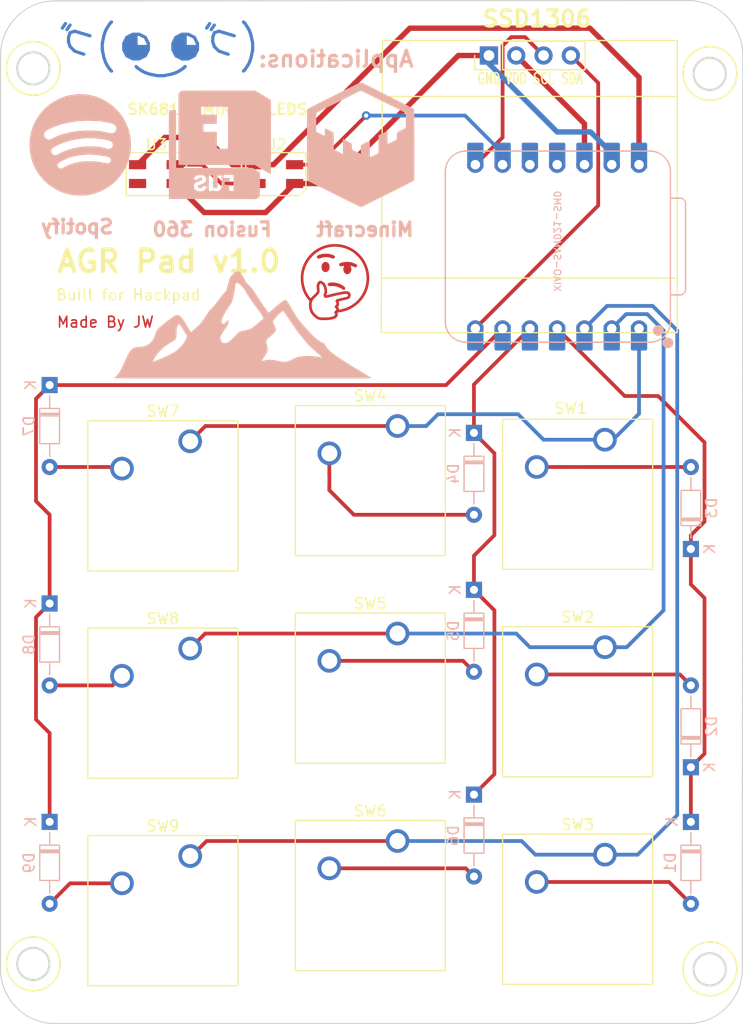
<source format=kicad_pcb>
(kicad_pcb (version 20240108) (generator "pcbnew") (generator_version "8.0")
  (layers (0 "F.Cu" signal) (31 "B.Cu" signal) (34 "B.Paste" user) (35 "F.Paste" user) (36 "B.SilkS" user "B.Silkscreen") (37 "F.SilkS" user "F.Silkscreen") (38 "B.Mask" user) (39 "F.Mask" user) (44 "Edge.Cuts" user))
  (net 0 "")
  (net 1 "GND")
  (net 2 "Net-(D1-A)")
  (net 3 "Row1")
  (net 4 "Net-(D2-A)")
  (net 5 "Net-(D3-A)")
  (net 6 "Net-(D4-A)")
  (net 7 "Row2")
  (net 10 "Net-(Brd1-SCL)")
  (net 11 "Net-(Brd1-SDA)")
  (net 12 "+3V3")
  (net 13 "Net-(U1-PA7_A8_D8_SCK)")
  (net 14 "+5V")
  (net 15 "Net-(U2-DOUT)")
  (net 17 "Net-(D5-A)")
  (net 18 "Net-(D6-A)")
  (net 19 "Net-(D7-A)")
  (net 20 "Row3")
  (net 21 "Net-(D8-A)")
  (net 22 "Net-(D9-A)")
  (net 23 "Col1")
  (net 24 "Col2")
  (net 25 "Col3")
  (footprint "LED_SMD:LED_SK6812MINI_PLCC4_3.5x3.5mm_P1.75mm" (layer "F.Cu") (at 106.454 51.491)
    (property "Reference" "U3")
    (property "Value" "~" (hide yes))
  )
  (footprint "Button_Switch_Keyboard:SW_Cherry_MX_1.00u_PCB" (layer "F.Cu") (at 128.905 74.93)
    (property "Reference" "SW4")
    (property "Value" "SW_Push_45deg")
  )
  (footprint "Button_Switch_Keyboard:SW_Cherry_MX_1.00u_PCB" (layer "F.Cu") (at 109.601 95.631)
    (property "Reference" "SW8")
    (property "Value" "SW_Push_45deg")
  )
  (footprint "LOGO" (layer "F.Cu") (at 124.747239 48.763756)
    (property "Reference" "G***" (hide yes))
    (property "Value" "LOGO" (hide yes))
  )
  (footprint "TG9541:Display_128x64_096_I2C" (layer "F.Cu") (at 141.224 40.456)
    (property "Reference" "Brd1" (hide yes))
    (property "Value" "SSD1306" (hide yes))
  )
  (footprint "Button_Switch_Keyboard:SW_Cherry_MX_1.00u_PCB" (layer "F.Cu") (at 148.209 95.504)
    (property "Reference" "SW2")
    (property "Value" "SW_Push_45deg")
  )
  (footprint "LOGO" (layer "F.Cu") (at 111.76 48.668689)
    (property "Reference" "G***" (hide yes))
    (property "Value" "LOGO" (hide yes))
  )
  (footprint "Button_Switch_Keyboard:SW_Cherry_MX_1.00u_PCB" (layer "F.Cu") (at 128.905 113.538)
    (property "Reference" "SW6")
    (property "Value" "SW_Push_45deg")
  )
  (footprint "LOGO" (layer "F.Cu") (at 122.936 61.468)
    (property "Reference" "G***" (hide yes))
    (property "Value" "LOGO" (hide yes))
  )
  (footprint "Button_Switch_Keyboard:SW_Cherry_MX_1.00u_PCB" (layer "F.Cu") (at 148.209 114.808)
    (property "Reference" "SW3")
    (property "Value" "SW_Push_45deg")
  )
  (footprint "Button_Switch_Keyboard:SW_Cherry_MX_1.00u_PCB" (layer "F.Cu") (at 109.601 76.35)
    (property "Reference" "SW7")
    (property "Value" "SW_Push_45deg")
  )
  (footprint "Button_Switch_Keyboard:SW_Cherry_MX_1.00u_PCB" (layer "F.Cu") (at 148.209 76.2)
    (property "Reference" "SW1")
    (property "Value" "SW_Push_45deg")
  )
  (footprint "LOGO" (layer "F.Cu") (at 99.06 48.768)
    (property "Reference" "G***" (hide yes))
    (property "Value" "LOGO" (hide yes))
  )
  (footprint "LOGO" (layer "F.Cu") (at 113.792 65.532)
    (property "Reference" "G***" (hide yes))
    (property "Value" "LOGO" (hide yes))
  )
  (footprint "Button_Switch_Keyboard:SW_Cherry_MX_1.00u_PCB" (layer "F.Cu") (at 128.905 94.234)
    (property "Reference" "SW5")
    (property "Value" "SW_Push_45deg")
  )
  (footprint "Button_Switch_Keyboard:SW_Cherry_MX_1.00u_PCB" (layer "F.Cu") (at 109.601 114.935)
    (property "Reference" "SW9")
    (property "Value" "SW_Push_45deg")
  )
  (footprint "LED_SMD:LED_SK6812MINI_PLCC4_3.5x3.5mm_P1.75mm" (layer "F.Cu") (at 117.574 51.491)
    (property "Reference" "U2")
    (property "Value" "~" (hide yes))
  )
  (footprint "Diode_THT:D_DO-34_SOD68_P7.62mm_Horizontal" (layer "B.Cu") (at 96.52 111.755 -90)
    (property "Reference" "D9")
    (property "Value" "1N4148WT")
  )
  (footprint "Diode_THT:D_DO-34_SOD68_P7.62mm_Horizontal" (layer "B.Cu") (at 96.52 91.44 -90)
    (property "Reference" "D8")
    (property "Value" "1N4148WT")
  )
  (footprint "Diode_THT:D_DO-34_SOD68_P7.62mm_Horizontal" (layer "B.Cu") (at 96.52 71.12 -90)
    (property "Reference" "D7")
    (property "Value" "1N4148WT")
  )
  (footprint "Diode_THT:D_DO-34_SOD68_P7.62mm_Horizontal" (layer "B.Cu") (at 136.017 109.22 -90)
    (property "Reference" "D6")
    (property "Value" "1N4148WT")
  )
  (footprint "Diode_THT:D_DO-34_SOD68_P7.62mm_Horizontal" (layer "B.Cu") (at 136.017 90.17 -90)
    (property "Reference" "D5")
    (property "Value" "1N4148WT")
  )
  (footprint "Diode_THT:D_DO-34_SOD68_P7.62mm_Horizontal" (layer "B.Cu") (at 156.21 86.365 90)
    (property "Reference" "D3")
    (property "Value" "1N4148WT")
  )
  (footprint "Seeed Studio XIAO Series Library:XIAO-RP2040-DIP" (layer "B.Cu") (at 143.764 58.236 90)
    (property "Reference" "U1" (hide yes))
    (property "Value" "XIAO-SAMD21-SMD")
  )
  (footprint "Diode_THT:D_DO-34_SOD68_P7.62mm_Horizontal" (layer "B.Cu") (at 136.017 75.565 -90)
    (property "Reference" "D4")
    (property "Value" "1N4148WT")
  )
  (footprint "Diode_THT:D_DO-34_SOD68_P7.62mm_Horizontal" (layer "B.Cu") (at 156.21 106.68 90)
    (property "Reference" "D2")
    (property "Value" "1N4148WT")
  )
  (footprint "Diode_THT:D_DO-34_SOD68_P7.62mm_Horizontal" (layer "B.Cu") (at 156.21 111.76 -90)
    (property "Reference" "D1")
    (property "Value" "1N4148WT")
  )
  (gr_circle (center 157.988 42.124) (end 160.488 42.124) (stroke (width 0.15)) (fill none) (layer "F.SilkS"))
  (gr_circle (center 94.996 124.968) (end 97.496 124.968) (stroke (width 0.15)) (fill none) (layer "F.SilkS"))
  (gr_circle (center 94.996 41.656) (end 97.496 41.656) (stroke (width 0.15)) (fill none) (layer "F.SilkS"))
  (gr_circle (center 157.988 125.436) (end 160.488 125.436) (stroke (width 0.15)) (fill none) (layer "F.SilkS"))
  (gr_line (start 97.028 130.519898) (end 155.919897 130.519896) (stroke (width 0.1)) (layer "Edge.Cuts"))
  (gr_arc (start 160.999897 125.439896) (mid 159.512 129.032) (end 155.919897 130.519896) (stroke (width 0.1)) (layer "Edge.Cuts"))
  (gr_line (start 155.956 35.342102) (end 97.028 35.376) (stroke (width 0.1)) (layer "Edge.Cuts"))
  (gr_arc (start 97.028 130.519898) (mid 93.435898 129.032) (end 91.948 125.439898) (stroke (width 0.1)) (layer "Edge.Cuts"))
  (gr_arc (start 91.948 40.456) (mid 93.435898 36.863898) (end 97.028 35.376) (stroke (width 0.1)) (layer "Edge.Cuts"))
  (gr_circle (center 94.996 41.656) (end 96.496 41.656) (stroke (width 0.2)) (fill none) (layer "Edge.Cuts"))
  (gr_circle (center 157.964 125.476) (end 159.464 125.476) (stroke (width 0.2)) (fill none) (layer "Edge.Cuts"))
  (gr_line (start 160.999897 125.439896) (end 161.036 40.422102) (stroke (width 0.1)) (layer "Edge.Cuts"))
  (gr_circle (center 157.964 42.164) (end 159.464 42.164) (stroke (width 0.2)) (fill none) (layer "Edge.Cuts"))
  (gr_line (start 91.948 40.456) (end 91.948 125.439898) (stroke (width 0.1)) (layer "Edge.Cuts"))
  (gr_circle (center 94.996 124.968) (end 96.496 124.968) (stroke (width 0.2)) (fill none) (layer "Edge.Cuts"))
  (gr_arc (start 155.956 35.342102) (mid 159.548102 36.83) (end 161.036 40.422102) (stroke (width 0.1)) (layer "Edge.Cuts"))
  (gr_text "Made By JW" (at 97.108 65.846 0) (layer "F.Cu") (effects (font (size 1 1)) (justify left bottom)))
  (gr_text "(づ◕‿◕)づ" (at 116.332 41.148 0) (layer "B.Cu") (effects (font (size 3 3) (thickness 0.3)) (justify left bottom mirror)))
  (gr_text "Applications:" (at 130.556 41.656 0) (layer "B.SilkS") (effects (font (size 1.5 1.5) (thickness 0.3) (bold yes)) (justify left bottom mirror)))
  (gr_text "Fusion 360" (at 117.348 57.404 0) (layer "B.SilkS") (effects (font (size 1.3 1.3) (thickness 0.3) (bold yes)) (justify left bottom mirror)))
  (gr_text "Spotify" (at 102.616 57.15 0) (layer "B.SilkS") (effects (font (size 1.3 1.3) (thickness 0.3) (bold yes)) (justify left bottom mirror)))
  (gr_text "Minecraft" (at 130.556 57.404 0) (layer "B.SilkS") (effects (font (size 1.3 1.3) (thickness 0.3) (bold yes)) (justify left bottom mirror)))
  (gr_text "AGR Pad v1.0" (at 97.028 60.776 0) (layer "F.SilkS") (effects (font (size 2 2) (thickness 0.4) (bold yes)) (justify left bottom)))
  (gr_text "Built for Hackpad" (at 97.028 63.316 0) (layer "F.SilkS") (effects (font (size 1 1)) (justify left bottom)))
  (gr_text "SK6812-MINI-E LEDS" (at 103.632 46.044 0) (layer "F.SilkS") (effects (font (size 1 1) (thickness 0.2) (bold yes)) (justify left bottom)))
  (gr_text "SSD1306 " (at 136.652 37.916 0) (layer "F.SilkS") (effects (font (size 1.5 1.5) (thickness 0.3) (bold yes)) (justify left bottom)))
  (segment (start 122.654 52.366) (end 119.324 52.366) (width 0.5) (layer "F.Cu") (net 1))
  (segment (start 119.324 52.366) (end 116.629 55.061) (width 0.5) (layer "F.Cu") (net 1))
  (segment (start 116.629 55.061) (end 110.899 55.061) (width 0.5) (layer "F.Cu") (net 1))
  (segment (start 110.899 55.061) (end 108.204 52.366) (width 0.5) (layer "F.Cu") (net 1))
  (segment (start 134.564 40.456) (end 137.414 40.456) (width 0.5) (layer "F.Cu") (net 1))
  (segment (start 122.654 52.366) (end 134.564 40.456) (width 0.5) (layer "F.Cu") (net 1))
  (segment (start 137.414 41.218) (end 137.414 40.456) (width 0.5) (layer "B.Cu") (net 1))
  (segment (start 148.844 50.616) (end 148.844 49.53837) (width 0.5) (layer "B.Cu") (net 1))
  (segment (start 146.87363 47.568) (end 143.764 47.568) (width 0.5) (layer "B.Cu") (net 1))
  (segment (start 148.844 49.53837) (end 146.87363 47.568) (width 0.5) (layer "B.Cu") (net 1))
  (segment (start 143.764 47.568) (end 137.414 41.218) (width 0.5) (layer "B.Cu") (net 1))
  (segment (start 154.178 117.348) (end 141.859 117.348) (width 0.35) (layer "F.Cu") (net 2))
  (segment (start 156.21 119.38) (end 154.178 117.348) (width 0.35) (layer "F.Cu") (net 2))
  (segment (start 157.48 76.45586) (end 153.16014 72.136) (width 0.35) (layer "F.Cu") (net 3))
  (segment (start 157.48 90.932) (end 156.21 89.662) (width 0.35) (layer "F.Cu") (net 3))
  (segment (start 156.21 85.09) (end 157.48 83.82) (width 0.35) (layer "F.Cu") (net 3))
  (segment (start 156.21 89.662) (end 156.21 85.09) (width 0.35) (layer "F.Cu") (net 3))
  (segment (start 150.044 72.136) (end 143.764 65.856) (width 0.35) (layer "F.Cu") (net 3))
  (segment (start 156.21 111.76) (end 156.21 106.68) (width 0.35) (layer "F.Cu") (net 3))
  (segment (start 153.16014 72.136) (end 150.044 72.136) (width 0.35) (layer "F.Cu") (net 3))
  (segment (start 157.48 83.82) (end 157.48 76.45586) (width 0.35) (layer "F.Cu") (net 3))
  (segment (start 156.21 106.68) (end 157.48 105.41) (width 0.35) (layer "F.Cu") (net 3))
  (segment (start 157.48 105.41) (end 157.48 90.932) (width 0.35) (layer "F.Cu") (net 3))
  (segment (start 155.194 98.044) (end 141.859 98.044) (width 0.35) (layer "F.Cu") (net 4))
  (segment (start 156.21 99.06) (end 155.194 98.044) (width 0.35) (layer "F.Cu") (net 4))
  (segment (start 142.875 78.74) (end 156.205 78.74) (width 0.35) (layer "F.Cu") (net 5))
  (segment (start 156.205 78.74) (end 156.21 78.745) (width 0.35) (layer "F.Cu") (net 5))
  (segment (start 124.841 83.185) (end 122.555 80.899) (width 0.35) (layer "F.Cu") (net 6))
  (segment (start 136.017 83.185) (end 124.841 83.185) (width 0.35) (layer "F.Cu") (net 6))
  (segment (start 122.56 80.538122) (end 122.56 79.481878) (width 0.35) (layer "F.Cu") (net 6))
  (segment (start 122.555 80.899) (end 122.555 80.543122) (width 0.35) (layer "F.Cu") (net 6))
  (segment (start 122.555 79.476878) (end 122.555 77.47) (width 0.35) (layer "F.Cu") (net 6))
  (segment (start 122.555 80.543122) (end 122.56 80.538122) (width 0.35) (layer "F.Cu") (net 6))
  (segment (start 122.56 79.481878) (end 122.555 79.476878) (width 0.35) (layer "F.Cu") (net 6))
  (segment (start 136.017 75.565) (end 136.017 71.063) (width 0.35) (layer "F.Cu") (net 7))
  (segment (start 137.922 107.315) (end 137.922 92.075) (width 0.35) (layer "F.Cu") (net 7))
  (segment (start 136.017 109.22) (end 137.922 107.315) (width 0.35) (layer "F.Cu") (net 7))
  (segment (start 136.017 71.063) (end 141.224 65.856) (width 0.35) (layer "F.Cu") (net 7))
  (segment (start 136.017 86.995) (end 137.922 85.09) (width 0.35) (layer "F.Cu") (net 7))
  (segment (start 137.922 92.075) (end 136.017 90.17) (width 0.35) (layer "F.Cu") (net 7))
  (segment (start 136.017 90.17) (end 136.017 86.995) (width 0.35) (layer "F.Cu") (net 7))
  (segment (start 137.922 77.47) (end 136.017 75.565) (width 0.35) (layer "F.Cu") (net 7))
  (segment (start 137.922 85.09) (end 137.922 77.47) (width 0.35) (layer "F.Cu") (net 7))
  (segment (start 139.482416 38.746) (end 138.684 39.544416) (width 0.35) (layer "F.Cu") (net 10))
  (segment (start 140.784 38.746) (end 139.482416 38.746) (width 0.35) (layer "F.Cu") (net 10))
  (segment (start 138.684 39.544416) (end 138.684 48.076) (width 0.35) (layer "F.Cu") (net 10))
  (segment (start 138.684 48.076) (end 136.144 50.616) (width 0.35) (layer "F.Cu") (net 10))
  (segment (start 142.494 40.456) (end 140.784 38.746) (width 0.35) (layer "F.Cu") (net 10))
  (segment (start 147.584 54.416) (end 136.144 65.856) (width 0.35) (layer "F.Cu") (net 11))
  (segment (start 145.034 40.456) (end 147.584 43.006) (width 0.35) (layer "F.Cu") (net 11))
  (segment (start 147.584 43.006) (end 147.584 54.416) (width 0.35) (layer "F.Cu") (net 11))
  (segment (start 139.954 40.456) (end 146.304 46.806) (width 0.5) (layer "F.Cu") (net 12))
  (segment (start 146.304 46.806) (end 146.304 50.616) (width 0.5) (layer "F.Cu") (net 12))
  (segment (start 121.412 50.616) (end 125.984 46.044) (width 0.35) (layer "F.Cu") (net 13))
  (segment (start 119.324 50.616) (end 121.412 50.616) (width 0.35) (layer "F.Cu") (net 13))
  (via (at 125.984 46.044) (size 0.8) (drill 0.4) (layers "F.Cu" "B.Cu") (net 13))
  (segment (start 125.984 46.044) (end 135.18963 46.044) (width 0.35) (layer "B.Cu") (net 13))
  (segment (start 138.684 49.53837) (end 138.684 50.616) (width 0.25) (layer "B.Cu") (net 13))
  (segment (start 135.18963 46.044) (end 138.684 49.53837) (width 0.35) (layer "B.Cu") (net 13))
  (segment (start 107.244 48.076) (end 110.998 48.076) (width 0.5) (layer "F.Cu") (net 14))
  (segment (start 115.824 50.616) (end 117.348 50.616) (width 0.5) (layer "F.Cu") (net 14))
  (segment (start 146.812 37.916) (end 151.384 42.488) (width 0.5) (layer "F.Cu") (net 14))
  (segment (start 151.384 42.488) (end 151.384 50.616) (width 0.5) (layer "F.Cu") (net 14))
  (segment (start 117.348 50.616) (end 130.048 37.916) (width 0.5) (layer "F.Cu") (net 14))
  (segment (start 104.704 50.616) (end 107.244 48.076) (width 0.5) (layer "F.Cu") (net 14))
  (segment (start 130.048 37.916) (end 146.812 37.916) (width 0.5) (layer "F.Cu") (net 14))
  (segment (start 113.538 50.616) (end 115.824 50.616) (width 0.5) (layer "F.Cu") (net 14))
  (segment (start 110.998 48.076) (end 113.538 50.616) (width 0.5) (layer "F.Cu") (net 14))
  (segment (start 112.494 52.366) (end 110.744 50.616) (width 0.35) (layer "F.Cu") (net 15))
  (segment (start 110.744 50.616) (end 108.204 50.616) (width 0.35) (layer "F.Cu") (net 15))
  (segment (start 115.824 52.366) (end 112.494 52.366) (width 0.35) (layer "F.Cu") (net 15))
  (segment (start 135.001 96.774) (end 122.555 96.774) (width 0.35) (layer "F.Cu") (net 17))
  (segment (start 136.017 97.79) (end 135.001 96.774) (width 0.35) (layer "F.Cu") (net 17))
  (segment (start 136.017 116.84) (end 135.255 116.078) (width 0.35) (layer "F.Cu") (net 18))
  (segment (start 135.255 116.078) (end 122.555 116.078) (width 0.35) (layer "F.Cu") (net 18))
  (segment (start 102.085 78.74) (end 102.235 78.89) (width 0.25) (layer "F.Cu") (net 19))
  (segment (start 96.52 78.74) (end 102.085 78.74) (width 0.35) (layer "F.Cu") (net 19))
  (segment (start 96.52 71.12) (end 133.42 71.12) (width 0.35) (layer "F.Cu") (net 20))
  (segment (start 95.25 92.71) (end 96.52 91.44) (width 0.35) (layer "F.Cu") (net 20))
  (segment (start 95.25 72.39) (end 96.52 71.12) (width 0.35) (layer "F.Cu") (net 20))
  (segment (start 96.52 103.505) (end 95.25 102.235) (width 0.35) (layer "F.Cu") (net 20))
  (segment (start 96.52 91.44) (end 96.52 83.185) (width 0.35) (layer "F.Cu") (net 20))
  (segment (start 95.25 81.915) (end 95.25 72.39) (width 0.35) (layer "F.Cu") (net 20))
  (segment (start 96.52 83.185) (end 95.25 81.915) (width 0.35) (layer "F.Cu") (net 20))
  (segment (start 96.52 111.755) (end 96.52 103.505) (width 0.35) (layer "F.Cu") (net 20))
  (segment (start 133.42 71.12) (end 138.684 65.856) (width 0.35) (layer "F.Cu") (net 20))
  (segment (start 95.25 102.235) (end 95.25 92.71) (width 0.35) (layer "F.Cu") (net 20))
  (segment (start 96.52 99.06) (end 102.362 99.06) (width 0.35) (layer "F.Cu") (net 21))
  (segment (start 102.362 99.06) (end 103.251 98.171) (width 0.35) (layer "F.Cu") (net 21))
  (segment (start 96.52 119.375) (end 98.42 117.475) (width 0.35) (layer "F.Cu") (net 22))
  (segment (start 98.42 117.475) (end 103.251 117.475) (width 0.35) (layer "F.Cu") (net 22))
  (segment (start 111.021 74.93) (end 128.905 74.93) (width 0.35) (layer "F.Cu") (net 23))
  (segment (start 109.601 76.35) (end 111.021 74.93) (width 0.35) (layer "F.Cu") (net 23))
  (segment (start 142.494 76.2) (end 148.971 76.2) (width 0.35) (layer "B.Cu") (net 23))
  (segment (start 132.671999 73.830001) (end 140.124001 73.830001) (width 0.35) (layer "B.Cu") (net 23))
  (segment (start 151.384 73.787) (end 151.384 65.856) (width 0.35) (layer "B.Cu") (net 23))
  (segment (start 140.124001 73.830001) (end 142.494 76.2) (width 0.35) (layer "B.Cu") (net 23))
  (segment (start 128.905 74.93) (end 131.572 74.93) (width 0.35) (layer "B.Cu") (net 23))
  (segment (start 148.971 76.2) (end 151.384 73.787) (width 0.35) (layer "B.Cu") (net 23))
  (segment (start 131.572 74.93) (end 132.671999 73.830001) (width 0.35) (layer "B.Cu") (net 23))
  (segment (start 110.998 94.234) (end 128.905 94.234) (width 0.35) (layer "F.Cu") (net 24))
  (segment (start 109.601 95.631) (end 110.998 94.234) (width 0.35) (layer "F.Cu") (net 24))
  (segment (start 150.241 95.504) (end 153.67 92.075) (width 0.35) (layer "B.Cu") (net 24))
  (segment (start 141.224 95.504) (end 150.241 95.504) (width 0.35) (layer "B.Cu") (net 24))
  (segment (start 139.954 94.234) (end 141.224 95.504) (width 0.35) (layer "B.Cu") (net 24))
  (segment (start 150.184 64.516) (end 148.844 65.856) (width 0.35) (layer "B.Cu") (net 24))
  (segment (start 153.67 92.075) (end 153.67 66.04) (width 0.35) (layer "B.Cu") (net 24))
  (segment (start 152.146 64.516) (end 150.184 64.516) (width 0.35) (layer "B.Cu") (net 24))
  (segment (start 128.905 94.234) (end 139.954 94.234) (width 0.35) (layer "B.Cu") (net 24))
  (segment (start 153.67 66.04) (end 152.146 64.516) (width 0.35) (layer "B.Cu") (net 24))
  (segment (start 109.601 114.935) (end 109.728 114.935) (width 0.35) (layer "F.Cu") (net 25))
  (segment (start 111.125 113.538) (end 129.032 113.538) (width 0.35) (layer "F.Cu") (net 25))
  (segment (start 109.728 114.935) (end 111.125 113.538) (width 0.35) (layer "F.Cu") (net 25))
  (segment (start 151.257 114.808) (end 154.94 111.125) (width 0.35) (layer "B.Cu") (net 25))
  (segment (start 140.462 113.538) (end 141.732 114.808) (width 0.35) (layer "B.Cu") (net 25))
  (segment (start 152.654 63.754) (end 148.406 63.754) (width 0.35) (layer "B.Cu") (net 25))
  (segment (start 148.406 63.754) (end 146.304 65.856) (width 0.35) (layer "B.Cu") (net 25))
  (segment (start 154.94 66.04) (end 152.654 63.754) (width 0.35) (layer "B.Cu") (net 25))
  (segment (start 141.732 114.808) (end 151.257 114.808) (width 0.35) (layer "B.Cu") (net 25))
  (segment (start 154.94 111.125) (end 154.94 66.04) (width 0.35) (layer "B.Cu") (net 25))
  (segment (start 128.905 113.538) (end 140.462 113.538) (width 0.35) (layer "B.Cu") (net 25))
)
</source>
